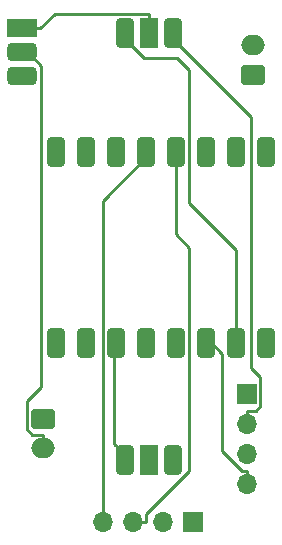
<source format=gbr>
%TF.GenerationSoftware,KiCad,Pcbnew,7.0.7*%
%TF.CreationDate,2024-04-17T16:10:54-05:00*%
%TF.ProjectId,OM-EPSC3-Micro,4f4d2d45-5053-4433-932d-4d6963726f2e,rev?*%
%TF.SameCoordinates,Original*%
%TF.FileFunction,Copper,L1,Top*%
%TF.FilePolarity,Positive*%
%FSLAX46Y46*%
G04 Gerber Fmt 4.6, Leading zero omitted, Abs format (unit mm)*
G04 Created by KiCad (PCBNEW 7.0.7) date 2024-04-17 16:10:54*
%MOMM*%
%LPD*%
G01*
G04 APERTURE LIST*
G04 Aperture macros list*
%AMRoundRect*
0 Rectangle with rounded corners*
0 $1 Rounding radius*
0 $2 $3 $4 $5 $6 $7 $8 $9 X,Y pos of 4 corners*
0 Add a 4 corners polygon primitive as box body*
4,1,4,$2,$3,$4,$5,$6,$7,$8,$9,$2,$3,0*
0 Add four circle primitives for the rounded corners*
1,1,$1+$1,$2,$3*
1,1,$1+$1,$4,$5*
1,1,$1+$1,$6,$7*
1,1,$1+$1,$8,$9*
0 Add four rect primitives between the rounded corners*
20,1,$1+$1,$2,$3,$4,$5,0*
20,1,$1+$1,$4,$5,$6,$7,0*
20,1,$1+$1,$6,$7,$8,$9,0*
20,1,$1+$1,$8,$9,$2,$3,0*%
G04 Aperture macros list end*
%TA.AperFunction,ComponentPad*%
%ADD10RoundRect,0.381000X-0.381000X0.881000X-0.381000X-0.881000X0.381000X-0.881000X0.381000X0.881000X0*%
%TD*%
%TA.AperFunction,ComponentPad*%
%ADD11R,1.524000X2.524000*%
%TD*%
%TA.AperFunction,ComponentPad*%
%ADD12R,1.700000X1.700000*%
%TD*%
%TA.AperFunction,ComponentPad*%
%ADD13O,1.700000X1.700000*%
%TD*%
%TA.AperFunction,ComponentPad*%
%ADD14RoundRect,0.381000X0.381000X-0.881000X0.381000X0.881000X-0.381000X0.881000X-0.381000X-0.881000X0*%
%TD*%
%TA.AperFunction,ComponentPad*%
%ADD15R,2.524000X1.524000*%
%TD*%
%TA.AperFunction,ComponentPad*%
%ADD16RoundRect,0.381000X-0.881000X-0.381000X0.881000X-0.381000X0.881000X0.381000X-0.881000X0.381000X0*%
%TD*%
%TA.AperFunction,ComponentPad*%
%ADD17RoundRect,0.250000X-0.750000X0.600000X-0.750000X-0.600000X0.750000X-0.600000X0.750000X0.600000X0*%
%TD*%
%TA.AperFunction,ComponentPad*%
%ADD18O,2.000000X1.700000*%
%TD*%
%TA.AperFunction,ComponentPad*%
%ADD19RoundRect,0.250000X0.750000X-0.600000X0.750000X0.600000X-0.750000X0.600000X-0.750000X-0.600000X0*%
%TD*%
%TA.AperFunction,Conductor*%
%ADD20C,0.250000*%
%TD*%
G04 APERTURE END LIST*
D10*
%TO.P,H1,1,VCC*%
%TO.N,+3V3*%
X224790000Y-99449000D03*
D11*
%TO.P,H1,2,GND*%
%TO.N,GND*%
X222758000Y-99449000D03*
D10*
%TO.P,H1,3,VOUT*%
%TO.N,hall_1*%
X220726000Y-99449000D03*
%TD*%
D12*
%TO.P,J3,1,Pin_1*%
%TO.N,GND*%
X231013000Y-130048000D03*
D13*
%TO.P,J3,2,Pin_2*%
%TO.N,+3V3*%
X231013000Y-132588000D03*
%TO.P,J3,3,Pin_3*%
%TO.N,ADC3*%
X231013000Y-135128000D03*
%TO.P,J3,4,Pin_4*%
%TO.N,ADC2*%
X231013000Y-137668000D03*
%TD*%
D14*
%TO.P,H0,1,VCC*%
%TO.N,+3V3*%
X220726000Y-135628000D03*
D11*
%TO.P,H0,2,GND*%
%TO.N,GND*%
X222758000Y-135628000D03*
D14*
%TO.P,H0,3,VOUT*%
%TO.N,hall_0*%
X224790000Y-135628000D03*
%TD*%
D12*
%TO.P,J4,1,Pin_1*%
%TO.N,GND*%
X226441000Y-140843000D03*
D13*
%TO.P,J4,2,Pin_2*%
%TO.N,+4V*%
X223901000Y-140843000D03*
%TO.P,J4,3,Pin_3*%
%TO.N,SCL*%
X221361000Y-140843000D03*
%TO.P,J4,4,Pin_4*%
%TO.N,SDA*%
X218821000Y-140843000D03*
%TD*%
D14*
%TO.P,U1,0,GPIO0*%
%TO.N,hall_0*%
X232664000Y-125722000D03*
%TO.P,U1,1,GPIO1*%
%TO.N,hall_1*%
X230124000Y-125722000D03*
%TO.P,U1,2,GPIO2*%
%TO.N,ADC2*%
X227584000Y-125722000D03*
%TO.P,U1,3,GPIO3*%
%TO.N,ADC3*%
X225044000Y-125722000D03*
%TO.P,U1,4,GPIO4*%
%TO.N,unconnected-(U1-GPIO4-Pad4)*%
X222504000Y-125722000D03*
%TO.P,U1,5,GPIO5*%
%TO.N,unconnected-(U1-GPIO5-Pad5)*%
X214884000Y-109482000D03*
%TO.P,U1,6,GPIO6*%
%TO.N,unconnected-(U1-GPIO6-Pad6)*%
X217424000Y-109482000D03*
%TO.P,U1,7,GPIO7*%
%TO.N,unconnected-(U1-GPIO7-Pad7)*%
X219964000Y-109482000D03*
%TO.P,U1,8,GPIO8*%
%TO.N,SDA*%
X222504000Y-109482000D03*
%TO.P,U1,9,GPIO9*%
%TO.N,SCL*%
X225044000Y-109482000D03*
%TO.P,U1,10,GPIO10*%
%TO.N,unconnected-(U1-GPIO10-Pad10)*%
X227584000Y-109482000D03*
%TO.P,U1,20,GPIO20*%
%TO.N,unconnected-(U1-GPIO20-Pad20)*%
X230124000Y-109482000D03*
%TO.P,U1,21,GPIO21*%
%TO.N,unconnected-(U1-GPIO21-Pad21)*%
X232664000Y-109482000D03*
%TO.P,U1,100,5V*%
%TO.N,unconnected-(U1-5V-Pad100)*%
X214884000Y-125722000D03*
%TO.P,U1,101,GND*%
%TO.N,GND*%
X217424000Y-125722000D03*
%TO.P,U1,102,3V3*%
%TO.N,+3V3*%
X219964000Y-125722000D03*
%TD*%
D15*
%TO.P,L0,1,GND*%
%TO.N,GND*%
X211971000Y-99060000D03*
D16*
%TO.P,L0,2,VI*%
%TO.N,+4V*%
X211971000Y-101092000D03*
%TO.P,L0,3,VO*%
%TO.N,+3V3*%
X211971000Y-103124000D03*
%TD*%
D17*
%TO.P,J1,1,Pin_1*%
%TO.N,GND*%
X213741000Y-132120000D03*
D18*
%TO.P,J1,2,Pin_2*%
%TO.N,+4V*%
X213741000Y-134620000D03*
%TD*%
D19*
%TO.P,J2,1,Pin_1*%
%TO.N,GND*%
X231521000Y-102997000D03*
D18*
%TO.P,J2,2,Pin_2*%
%TO.N,+4V*%
X231521000Y-100497000D03*
%TD*%
D20*
%TO.N,SDA*%
X218821000Y-113665000D02*
X218821000Y-140843000D01*
X222504000Y-109982000D02*
X218821000Y-113665000D01*
%TO.N,SCL*%
X222537900Y-140189400D02*
X222537900Y-140843000D01*
X226176900Y-136550400D02*
X222537900Y-140189400D01*
X226176900Y-117631700D02*
X226176900Y-136550400D01*
X225044000Y-116498800D02*
X226176900Y-117631700D01*
X225044000Y-109982000D02*
X225044000Y-116498800D01*
X221361000Y-140843000D02*
X222537900Y-140843000D01*
%TO.N,ADC2*%
X230647200Y-136491100D02*
X231013000Y-136491100D01*
X228949600Y-134793500D02*
X230647200Y-136491100D01*
X228949600Y-126587600D02*
X228949600Y-134793500D01*
X227584000Y-125222000D02*
X228949600Y-126587600D01*
X231013000Y-137668000D02*
X231013000Y-136491100D01*
%TO.N,hall_1*%
X222323100Y-101546100D02*
X220726000Y-99949000D01*
X225112400Y-101546100D02*
X222323100Y-101546100D01*
X226161700Y-102595400D02*
X225112400Y-101546100D01*
X226161700Y-113872800D02*
X226161700Y-102595400D01*
X230124000Y-117835100D02*
X226161700Y-113872800D01*
X230124000Y-125222000D02*
X230124000Y-117835100D01*
%TO.N,+3V3*%
X231394000Y-106553000D02*
X224790000Y-99949000D01*
X231394000Y-127765600D02*
X231394000Y-106553000D01*
X232189900Y-128561500D02*
X231394000Y-127765600D01*
X232189900Y-131043400D02*
X232189900Y-128561500D01*
X231822200Y-131411100D02*
X232189900Y-131043400D01*
X231013000Y-131411100D02*
X231822200Y-131411100D01*
X231013000Y-132588000D02*
X231013000Y-131411100D01*
X219822000Y-134224000D02*
X220726000Y-135128000D01*
X219822000Y-125364000D02*
X219822000Y-134224000D01*
X219964000Y-125222000D02*
X219822000Y-125364000D01*
%TO.N,GND*%
X214801300Y-97818600D02*
X213559900Y-99060000D01*
X222716500Y-97818600D02*
X214801300Y-97818600D01*
X222758000Y-97860100D02*
X222716500Y-97818600D01*
X222758000Y-99949000D02*
X222758000Y-97860100D01*
X212471000Y-99060000D02*
X213559900Y-99060000D01*
%TO.N,+4V*%
X212858300Y-133443100D02*
X213741000Y-133443100D01*
X212398000Y-132982800D02*
X212858300Y-133443100D01*
X212398000Y-130591200D02*
X212398000Y-132982800D01*
X213577300Y-129411900D02*
X212398000Y-130591200D01*
X213577300Y-102198300D02*
X213577300Y-129411900D01*
X212471000Y-101092000D02*
X213577300Y-102198300D01*
X213741000Y-134620000D02*
X213741000Y-133443100D01*
%TD*%
M02*

</source>
